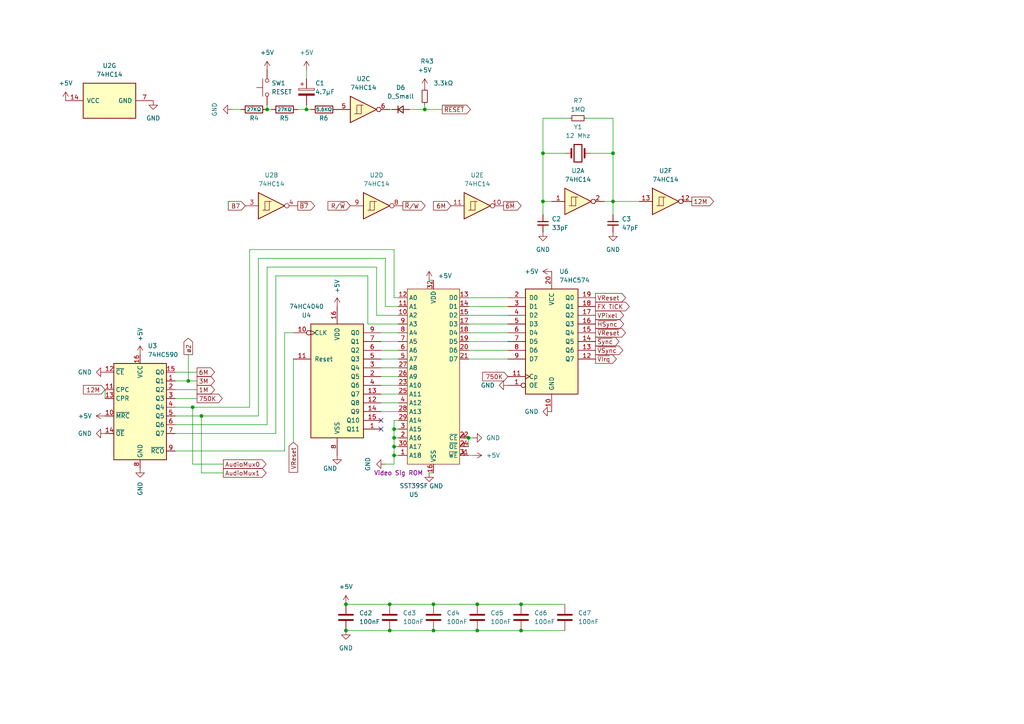
<source format=kicad_sch>
(kicad_sch (version 20231120) (generator "eeschema") (generator_version "8.0")
  (paper "A4")
  (title_block (title "Clock and Reset"))
  (lib_symbols
    (symbol "4xxx:4040" (pin_names (offset 1.016))
      (property "Reference" "U" (at -7.62 16.51 0))
      (property "Value" "4040" (at -7.62 -19.05 0))
      (symbol "4040_1_0"
        (pin output line (at 12.7 -15.24 180) (length 5.08) (name "Q11") (number "1"))
        (pin input inverted_clock (at -12.7 12.7 0) (length 5.08) (name "CLK") (number "10"))
        (pin input line (at -12.7 5.08 0) (length 5.08) (name "Reset") (number "11"))
        (pin output line (at 12.7 -7.62 180) (length 5.08) (name "Q8") (number "12"))
        (pin output line (at 12.7 -5.08 180) (length 5.08) (name "Q7") (number "13"))
        (pin output line (at 12.7 -10.16 180) (length 5.08) (name "Q9") (number "14"))
        (pin output line (at 12.7 -12.7 180) (length 5.08) (name "Q10") (number "15"))
        (pin power_in line (at 0 20.32 270) (length 5.08) (name "VDD") (number "16"))
        (pin output line (at 12.7 0 180) (length 5.08) (name "Q5") (number "2"))
        (pin output line (at 12.7 2.54 180) (length 5.08) (name "Q4") (number "3"))
        (pin output line (at 12.7 -2.54 180) (length 5.08) (name "Q6") (number "4"))
        (pin output line (at 12.7 5.08 180) (length 5.08) (name "Q3") (number "5"))
        (pin output line (at 12.7 7.62 180) (length 5.08) (name "Q2") (number "6"))
        (pin output line (at 12.7 10.16 180) (length 5.08) (name "Q1") (number "7"))
        (pin power_in line (at 0 -22.86 90) (length 5.08) (name "VSS") (number "8"))
        (pin output line (at 12.7 12.7 180) (length 5.08) (name "Q0") (number "9"))
      )
      (symbol "4040_1_1"
        (rectangle (start -7.62 15.24) (end 7.62 -17.78) (stroke (width 0.254)) (fill (type background)))
      )
    )
    (symbol "74xx:74HC14" (pin_names (offset 1.016))
      (property "Reference" "U" (at 0 1.27 0))
      (property "Value" "74HC14" (at 0 -1.27 0))
      (symbol "74HC14_1_0"
        (polyline (pts (xy -3.81 3.81) (xy -3.81 -3.81) (xy 3.81 0) (xy -3.81 3.81)) (stroke (width 0.254)) (fill (type background)))
        (pin input line (at -7.62 0 0) (length 3.81) (name "~") (number "1"))
        (pin output inverted (at 7.62 0 180) (length 3.81) (name "~") (number "2"))
      )
      (symbol "74HC14_1_1"
        (polyline (pts (xy -1.905 -1.27) (xy -1.905 1.27) (xy -0.635 1.27)))
        (polyline (pts (xy -2.54 -1.27) (xy -0.635 -1.27) (xy -0.635 1.27) (xy 0 1.27)))
      )
      (symbol "74HC14_2_0"
        (polyline (pts (xy -3.81 3.81) (xy -3.81 -3.81) (xy 3.81 0) (xy -3.81 3.81)) (stroke (width 0.254)) (fill (type background)))
        (pin input line (at -7.62 0 0) (length 3.81) (name "~") (number "3"))
        (pin output inverted (at 7.62 0 180) (length 3.81) (name "~") (number "4"))
      )
      (symbol "74HC14_2_1"
        (polyline (pts (xy -1.905 -1.27) (xy -1.905 1.27) (xy -0.635 1.27)))
        (polyline (pts (xy -2.54 -1.27) (xy -0.635 -1.27) (xy -0.635 1.27) (xy 0 1.27)))
      )
      (symbol "74HC14_3_0"
        (polyline (pts (xy -3.81 3.81) (xy -3.81 -3.81) (xy 3.81 0) (xy -3.81 3.81)) (stroke (width 0.254)) (fill (type background)))
        (pin input line (at -7.62 0 0) (length 3.81) (name "~") (number "5"))
        (pin output inverted (at 7.62 0 180) (length 3.81) (name "~") (number "6"))
      )
      (symbol "74HC14_3_1"
        (polyline (pts (xy -1.905 -1.27) (xy -1.905 1.27) (xy -0.635 1.27)))
        (polyline (pts (xy -2.54 -1.27) (xy -0.635 -1.27) (xy -0.635 1.27) (xy 0 1.27)))
      )
      (symbol "74HC14_4_0"
        (polyline (pts (xy -3.81 3.81) (xy -3.81 -3.81) (xy 3.81 0) (xy -3.81 3.81)) (stroke (width 0.254)) (fill (type background)))
        (pin output inverted (at 7.62 0 180) (length 3.81) (name "~") (number "8"))
        (pin input line (at -7.62 0 0) (length 3.81) (name "~") (number "9"))
      )
      (symbol "74HC14_4_1"
        (polyline (pts (xy -1.905 -1.27) (xy -1.905 1.27) (xy -0.635 1.27)))
        (polyline (pts (xy -2.54 -1.27) (xy -0.635 -1.27) (xy -0.635 1.27) (xy 0 1.27)))
      )
      (symbol "74HC14_5_0"
        (polyline (pts (xy -3.81 3.81) (xy -3.81 -3.81) (xy 3.81 0) (xy -3.81 3.81)) (stroke (width 0.254)) (fill (type background)))
        (pin output inverted (at 7.62 0 180) (length 3.81) (name "~") (number "10"))
        (pin input line (at -7.62 0 0) (length 3.81) (name "~") (number "11"))
      )
      (symbol "74HC14_5_1"
        (polyline (pts (xy -1.905 -1.27) (xy -1.905 1.27) (xy -0.635 1.27)))
        (polyline (pts (xy -2.54 -1.27) (xy -0.635 -1.27) (xy -0.635 1.27) (xy 0 1.27)))
      )
      (symbol "74HC14_6_0"
        (polyline (pts (xy -3.81 3.81) (xy -3.81 -3.81) (xy 3.81 0) (xy -3.81 3.81)) (stroke (width 0.254)) (fill (type background)))
        (pin output inverted (at 7.62 0 180) (length 3.81) (name "~") (number "12"))
        (pin input line (at -7.62 0 0) (length 3.81) (name "~") (number "13"))
      )
      (symbol "74HC14_6_1"
        (polyline (pts (xy -1.905 -1.27) (xy -1.905 1.27) (xy -0.635 1.27)))
        (polyline (pts (xy -2.54 -1.27) (xy -0.635 -1.27) (xy -0.635 1.27) (xy 0 1.27)))
      )
      (symbol "74HC14_7_0"
        (pin power_in line (at 0 12.7 270) (length 5.08) (name "VCC") (number "14"))
        (pin power_in line (at 0 -12.7 90) (length 5.08) (name "GND") (number "7"))
      )
      (symbol "74HC14_7_1"
        (rectangle (start -5.08 7.62) (end 5.08 -7.62) (stroke (width 0.254)) (fill (type background)))
      )
    )
    (symbol "74xx:74HC590"
      (property "Reference" "U" (at -7.62 16.51 0))
      (property "Value" "74HC590" (at -7.62 -13.97 0))
      (symbol "74HC590_1_0"
        (pin tri_state line (at 10.16 10.16 180) (length 2.54) (name "Q1") (number "1"))
        (pin input line (at -10.16 0 0) (length 2.54) (name "~{MRC}") (number "10"))
        (pin input line (at -10.16 7.62 0) (length 2.54) (name "CPC") (number "11"))
        (pin input line (at -10.16 12.7 0) (length 2.54) (name "~{CE}") (number "12"))
        (pin input line (at -10.16 5.08 0) (length 2.54) (name "CPR") (number "13"))
        (pin input line (at -10.16 -5.08 0) (length 2.54) (name "~{OE}") (number "14"))
        (pin tri_state line (at 10.16 12.7 180) (length 2.54) (name "Q0") (number "15"))
        (pin power_in line (at 0 17.78 270) (length 2.54) (name "VCC") (number "16"))
        (pin tri_state line (at 10.16 7.62 180) (length 2.54) (name "Q2") (number "2"))
        (pin tri_state line (at 10.16 5.08 180) (length 2.54) (name "Q3") (number "3"))
        (pin tri_state line (at 10.16 2.54 180) (length 2.54) (name "Q4") (number "4"))
        (pin tri_state line (at 10.16 0 180) (length 2.54) (name "Q5") (number "5"))
        (pin tri_state line (at 10.16 -2.54 180) (length 2.54) (name "Q6") (number "6"))
        (pin tri_state line (at 10.16 -5.08 180) (length 2.54) (name "Q7") (number "7"))
        (pin power_in line (at 0 -15.24 90) (length 2.54) (name "GND") (number "8"))
        (pin output line (at 10.16 -10.16 180) (length 2.54) (name "~{RCO}") (number "9"))
      )
      (symbol "74HC590_1_1"
        (rectangle (start -7.62 15.24) (end 7.62 -12.7) (stroke (width 0.254)) (fill (type background)))
      )
    )
    (symbol "74xx:74HCT574" (pin_names (offset 1.016))
      (property "Reference" "U" (at -7.62 16.51 0))
      (property "Value" "74HCT574" (at -7.62 -16.51 0))
      (symbol "74HCT574_1_0"
        (pin input inverted (at -12.7 -12.7 0) (length 5.08) (name "OE") (number "1"))
        (pin power_in line (at 0 -20.32 90) (length 5.08) (name "GND") (number "10"))
        (pin input clock (at -12.7 -10.16 0) (length 5.08) (name "Cp") (number "11"))
        (pin tri_state line (at 12.7 -5.08 180) (length 5.08) (name "Q7") (number "12"))
        (pin tri_state line (at 12.7 -2.54 180) (length 5.08) (name "Q6") (number "13"))
        (pin tri_state line (at 12.7 0 180) (length 5.08) (name "Q5") (number "14"))
        (pin tri_state line (at 12.7 2.54 180) (length 5.08) (name "Q4") (number "15"))
        (pin tri_state line (at 12.7 5.08 180) (length 5.08) (name "Q3") (number "16"))
        (pin tri_state line (at 12.7 7.62 180) (length 5.08) (name "Q2") (number "17"))
        (pin tri_state line (at 12.7 10.16 180) (length 5.08) (name "Q1") (number "18"))
        (pin tri_state line (at 12.7 12.7 180) (length 5.08) (name "Q0") (number "19"))
        (pin input line (at -12.7 12.7 0) (length 5.08) (name "D0") (number "2"))
        (pin power_in line (at 0 20.32 270) (length 5.08) (name "VCC") (number "20"))
        (pin input line (at -12.7 10.16 0) (length 5.08) (name "D1") (number "3"))
        (pin input line (at -12.7 7.62 0) (length 5.08) (name "D2") (number "4"))
        (pin input line (at -12.7 5.08 0) (length 5.08) (name "D3") (number "5"))
        (pin input line (at -12.7 2.54 0) (length 5.08) (name "D4") (number "6"))
        (pin input line (at -12.7 0 0) (length 5.08) (name "D5") (number "7"))
        (pin input line (at -12.7 -2.54 0) (length 5.08) (name "D6") (number "8"))
        (pin input line (at -12.7 -5.08 0) (length 5.08) (name "D7") (number "9"))
      )
      (symbol "74HCT574_1_1"
        (rectangle (start -7.62 15.24) (end 7.62 -15.24) (stroke (width 0.254)) (fill (type background)))
      )
    )
    (symbol "Device:C" (pin_numbers hide) (pin_names (offset 0.254))
      (property "Reference" "C" (at 0.635 2.54 0))
      (property "Value" "C" (at 0.635 -2.54 0))
      (symbol "C_0_1"
        (polyline (pts (xy -2.032 -0.762) (xy 2.032 -0.762)) (stroke (width 0.508)))
        (polyline (pts (xy -2.032 0.762) (xy 2.032 0.762)) (stroke (width 0.508)))
      )
      (symbol "C_1_1"
        (pin passive line (at 0 3.81 270) (length 2.794) (name "~") (number "1"))
        (pin passive line (at 0 -3.81 90) (length 2.794) (name "~") (number "2"))
      )
    )
    (symbol "Device:C_Polarized" (pin_numbers hide) (pin_names (offset 0.254))
      (property "Reference" "C" (at 0.635 2.54 0))
      (property "Value" "C_Polarized" (at 0.635 -2.54 0))
      (symbol "C_Polarized_0_1"
        (rectangle (start -2.286 0.508) (end 2.286 1.016))
        (polyline (pts (xy -1.778 2.286) (xy -0.762 2.286)))
        (polyline (pts (xy -1.27 2.794) (xy -1.27 1.778)))
        (rectangle (start 2.286 -0.508) (end -2.286 -1.016) (fill (type outline)))
      )
      (symbol "C_Polarized_1_1"
        (pin passive line (at 0 3.81 270) (length 2.794) (name "~") (number "1"))
        (pin passive line (at 0 -3.81 90) (length 2.794) (name "~") (number "2"))
      )
    )
    (symbol "Device:C_Small" (pin_numbers hide) (pin_names (offset 0.254) hide)
      (property "Reference" "C" (at 0.254 1.778 0))
      (property "Value" "C_Small" (at 0.254 -2.032 0))
      (symbol "C_Small_0_1"
        (polyline (pts (xy -1.524 -0.508) (xy 1.524 -0.508)) (stroke (width 0.3302)))
        (polyline (pts (xy -1.524 0.508) (xy 1.524 0.508)) (stroke (width 0.3048)))
      )
      (symbol "C_Small_1_1"
        (pin passive line (at 0 2.54 270) (length 2.032) (name "~") (number "1"))
        (pin passive line (at 0 -2.54 90) (length 2.032) (name "~") (number "2"))
      )
    )
    (symbol "Device:Crystal" (pin_numbers hide) (pin_names (offset 1.016) hide)
      (property "Reference" "Y" (at 0 3.81 0))
      (property "Value" "Crystal" (at 0 -3.81 0))
      (symbol "Crystal_0_1"
        (rectangle (start -1.143 2.54) (end 1.143 -2.54) (stroke (width 0.3048)))
        (polyline (pts (xy -2.54 0) (xy -1.905 0)))
        (polyline (pts (xy -1.905 -1.27) (xy -1.905 1.27)) (stroke (width 0.508)))
        (polyline (pts (xy 1.905 -1.27) (xy 1.905 1.27)) (stroke (width 0.508)))
        (polyline (pts (xy 2.54 0) (xy 1.905 0)))
      )
      (symbol "Crystal_1_1"
        (pin passive line (at -3.81 0 0) (length 1.27) (name "1") (number "1"))
        (pin passive line (at 3.81 0 180) (length 1.27) (name "2") (number "2"))
      )
    )
    (symbol "Device:D_Small" (pin_numbers hide) (pin_names (offset 0.254) hide)
      (property "Reference" "D" (at -1.27 2.032 0))
      (property "Value" "D_Small" (at -3.81 -2.032 0))
      (symbol "D_Small_0_1"
        (polyline (pts (xy -0.762 -1.016) (xy -0.762 1.016)) (stroke (width 0.254)))
        (polyline (pts (xy -0.762 0) (xy 0.762 0)))
        (polyline (pts (xy 0.762 -1.016) (xy -0.762 0) (xy 0.762 1.016) (xy 0.762 -1.016)) (stroke (width 0.254)))
      )
      (symbol "D_Small_1_1"
        (pin passive line (at -2.54 0 0) (length 1.778) (name "K") (number "1"))
        (pin passive line (at 2.54 0 180) (length 1.778) (name "A") (number "2"))
      )
    )
    (symbol "Device:R" (pin_numbers hide) (pin_names (offset 0))
      (property "Reference" "R" (at 2.032 0 90))
      (property "Value" "R" (at 0 0 90))
      (symbol "R_0_1"
        (rectangle (start -1.016 -2.54) (end 1.016 2.54) (stroke (width 0.254)))
      )
      (symbol "R_1_1"
        (pin passive line (at 0 3.81 270) (length 1.27) (name "~") (number "1"))
        (pin passive line (at 0 -3.81 90) (length 1.27) (name "~") (number "2"))
      )
    )
    (symbol "Device:R_Small" (pin_numbers hide) (pin_names (offset 0.254) hide)
      (property "Reference" "R" (at 0.762 0.508 0))
      (property "Value" "R_Small" (at 0.762 -1.016 0))
      (symbol "R_Small_0_1"
        (rectangle (start -0.762 1.778) (end 0.762 -1.778) (stroke (width 0.2032)))
      )
      (symbol "R_Small_1_1"
        (pin passive line (at 0 2.54 270) (length 0.762) (name "~") (number "1"))
        (pin passive line (at 0 -2.54 90) (length 0.762) (name "~") (number "2"))
      )
    )
    (symbol "Memory_Lib:SST39SF040"
      (property "Reference" "U" (at 11.43 54.61 0))
      (property "Value" "SST39SF040" (at 19.05 52.07 0))
      (symbol "SST39SF040_1_1"
        (rectangle (start 0 50.8) (end 15.24 0) (fill (type background)))
        (pin input line (at -2.54 2.54 0) (length 2.54) (name "A18") (number "1"))
        (pin input line (at -2.54 43.18 0) (length 2.54) (name "A2") (number "10"))
        (pin input line (at -2.54 45.72 0) (length 2.54) (name "A1") (number "11"))
        (pin input line (at -2.54 48.26 0) (length 2.54) (name "A0") (number "12"))
        (pin bidirectional line (at 17.78 48.26 180) (length 2.54) (name "D0") (number "13"))
        (pin bidirectional line (at 17.78 45.72 180) (length 2.54) (name "D1") (number "14"))
        (pin bidirectional line (at 17.78 43.18 180) (length 2.54) (name "D2") (number "15"))
        (pin power_in line (at 7.62 -2.54 90) (length 2.54) (name "VSS") (number "16"))
        (pin bidirectional line (at 17.78 40.64 180) (length 2.54) (name "D3") (number "17"))
        (pin bidirectional line (at 17.78 38.1 180) (length 2.54) (name "D4") (number "18"))
        (pin bidirectional line (at 17.78 35.56 180) (length 2.54) (name "D5") (number "19"))
        (pin input line (at -2.54 7.62 0) (length 2.54) (name "A16") (number "2"))
        (pin bidirectional line (at 17.78 33.02 180) (length 2.54) (name "D6") (number "20"))
        (pin bidirectional line (at 17.78 30.48 180) (length 2.54) (name "D7") (number "21"))
        (pin input input_low (at 17.78 7.62 180) (length 2.54) (name "~{CE}") (number "22"))
        (pin input line (at -2.54 22.86 0) (length 2.54) (name "A10") (number "23"))
        (pin input input_low (at 17.78 5.08 180) (length 2.54) (name "~{OE}") (number "24"))
        (pin input line (at -2.54 20.32 0) (length 2.54) (name "A11") (number "25"))
        (pin input line (at -2.54 25.4 0) (length 2.54) (name "A9") (number "26"))
        (pin input line (at -2.54 27.94 0) (length 2.54) (name "A8") (number "27"))
        (pin input line (at -2.54 15.24 0) (length 2.54) (name "A13") (number "28"))
        (pin input line (at -2.54 12.7 0) (length 2.54) (name "A14") (number "29"))
        (pin input line (at -2.54 10.16 0) (length 2.54) (name "A15") (number "3"))
        (pin input line (at -2.54 5.08 0) (length 2.54) (name "A17") (number "30"))
        (pin input input_low (at 17.78 2.54 180) (length 2.54) (name "~{WE}") (number "31"))
        (pin power_in line (at 7.62 53.34 270) (length 2.54) (name "VDD") (number "32"))
        (pin input line (at -2.54 17.78 0) (length 2.54) (name "A12") (number "4"))
        (pin input line (at -2.54 30.48 0) (length 2.54) (name "A7") (number "5"))
        (pin input line (at -2.54 33.02 0) (length 2.54) (name "A6") (number "6"))
        (pin input line (at -2.54 35.56 0) (length 2.54) (name "A5") (number "7"))
        (pin input line (at -2.54 38.1 0) (length 2.54) (name "A4") (number "8"))
        (pin input line (at -2.54 40.64 0) (length 2.54) (name "A3") (number "9"))
      )
    )
    (symbol "Switch:SW_Push" (pin_numbers hide) (pin_names (offset 1.016) hide)
      (property "Reference" "SW" (at 1.27 2.54 0))
      (property "Value" "SW_Push" (at 0 -1.524 0))
      (symbol "SW_Push_0_1"
        (circle (center -2.032 0) (radius 0.508))
        (polyline (pts (xy 0 1.27) (xy 0 3.048)))
        (polyline (pts (xy 2.54 1.27) (xy -2.54 1.27)))
        (circle (center 2.032 0) (radius 0.508))
        (pin passive line (at -5.08 0 0) (length 2.54) (name "1") (number "1"))
        (pin passive line (at 5.08 0 180) (length 2.54) (name "2") (number "2"))
      )
    )
    (symbol "power:+5V" (power) (pin_names (offset 0))
      (property "Value" "+5V" (at 0 3.556 0))
      (symbol "+5V_0_1"
        (polyline (pts (xy -0.762 1.27) (xy 0 2.54)))
        (polyline (pts (xy 0 0) (xy 0 2.54)))
        (polyline (pts (xy 0 2.54) (xy 0.762 1.27)))
      )
      (symbol "+5V_1_1"
        (pin power_in line (at 0 0 90) (length 0) hide (name "+5V") (number "1"))
      )
    )
    (symbol "power:GND" (power) (pin_names (offset 0))
      (property "Value" "GND" (at 0 -3.81 0))
      (symbol "GND_0_1"
        (polyline (pts (xy 0 0) (xy 0 -1.27) (xy 1.27 -1.27) (xy 0 -2.54) (xy -1.27 -1.27) (xy 0 -1.27)))
      )
      (symbol "GND_1_1"
        (pin power_in line (at 0 0 270) (length 0) hide (name "GND") (number "1"))
      )
    )
  )
  (junction (at 54.61 110.49))
  (junction (at 100.33 182.88))
  (junction (at 151.13 175.26))
  (junction (at 114.3 124.46))
  (junction (at 55.88 118.11))
  (junction (at 113.03 182.88))
  (junction (at 113.03 175.26))
  (junction (at 114.3 127))
  (junction (at 151.13 182.88))
  (junction (at 114.3 129.54))
  (junction (at 125.73 182.88))
  (junction (at 138.43 175.26))
  (junction (at 114.3 132.08))
  (junction (at 77.47 31.75))
  (junction (at 123.19 31.75))
  (junction (at 177.8 44.45))
  (junction (at 138.43 182.88))
  (junction (at 58.42 120.65))
  (junction (at 177.8 58.42))
  (junction (at 100.33 175.26))
  (junction (at 157.48 58.42))
  (junction (at 125.73 175.26))
  (junction (at 135.89 127))
  (junction (at 88.9 31.75))
  (junction (at 157.48 44.45))
  (no_connect (at 110.49 121.92))
  (no_connect (at 110.49 124.46))
  (wire (pts (xy 82.55 96.52) (xy 82.55 130.81)))
  (wire (pts (xy 177.8 62.23) (xy 177.8 58.42)))
  (wire (pts (xy 114.3 86.36) (xy 114.3 72.39)))
  (wire (pts (xy 170.18 34.29) (xy 177.8 34.29)))
  (wire (pts (xy 50.8 110.49) (xy 54.61 110.49)))
  (wire (pts (xy 64.77 134.62) (xy 55.88 134.62)))
  (wire (pts (xy 72.39 118.11) (xy 55.88 118.11)))
  (wire (pts (xy 58.42 120.65) (xy 50.8 120.65)))
  (wire (pts (xy 157.48 44.45) (xy 163.83 44.45)))
  (wire (pts (xy 138.43 182.88) (xy 151.13 182.88)))
  (wire (pts (xy 115.57 99.06) (xy 110.49 99.06)))
  (wire (pts (xy 58.42 120.65) (xy 74.93 120.65)))
  (wire (pts (xy 67.31 31.75) (xy 69.85 31.75)))
  (wire (pts (xy 54.61 110.49) (xy 57.15 110.49)))
  (wire (pts (xy 137.16 127) (xy 135.89 127)))
  (wire (pts (xy 72.39 72.39) (xy 114.3 72.39)))
  (wire (pts (xy 115.57 96.52) (xy 110.49 96.52)))
  (wire (pts (xy 115.57 109.22) (xy 110.49 109.22)))
  (wire (pts (xy 147.32 104.14) (xy 135.89 104.14)))
  (wire (pts (xy 77.47 31.75) (xy 77.47 30.48)))
  (wire (pts (xy 115.57 88.9) (xy 111.76 88.9)))
  (wire (pts (xy 147.32 96.52) (xy 135.89 96.52)))
  (wire (pts (xy 106.68 93.98) (xy 115.57 93.98)))
  (wire (pts (xy 151.13 182.88) (xy 163.83 182.88)))
  (wire (pts (xy 123.19 30.48) (xy 123.19 31.75)))
  (wire (pts (xy 115.57 106.68) (xy 110.49 106.68)))
  (wire (pts (xy 147.32 101.6) (xy 135.89 101.6)))
  (wire (pts (xy 114.3 132.08) (xy 114.3 129.54)))
  (wire (pts (xy 85.09 128.27) (xy 85.09 104.14)))
  (wire (pts (xy 115.57 86.36) (xy 114.3 86.36)))
  (wire (pts (xy 160.02 58.42) (xy 157.48 58.42)))
  (wire (pts (xy 177.8 58.42) (xy 185.42 58.42)))
  (wire (pts (xy 30.48 113.03) (xy 30.48 115.57)))
  (wire (pts (xy 114.3 129.54) (xy 114.3 127)))
  (wire (pts (xy 115.57 127) (xy 114.3 127)))
  (wire (pts (xy 50.8 123.19) (xy 77.47 123.19)))
  (wire (pts (xy 77.47 123.19) (xy 77.47 77.47)))
  (wire (pts (xy 57.15 115.57) (xy 50.8 115.57)))
  (wire (pts (xy 115.57 129.54) (xy 114.3 129.54)))
  (wire (pts (xy 177.8 44.45) (xy 171.45 44.45)))
  (wire (pts (xy 115.57 104.14) (xy 110.49 104.14)))
  (wire (pts (xy 88.9 20.32) (xy 88.9 22.86)))
  (wire (pts (xy 115.57 116.84) (xy 110.49 116.84)))
  (wire (pts (xy 54.61 102.87) (xy 54.61 110.49)))
  (wire (pts (xy 177.8 44.45) (xy 177.8 58.42)))
  (wire (pts (xy 57.15 113.03) (xy 50.8 113.03)))
  (wire (pts (xy 177.8 34.29) (xy 177.8 44.45)))
  (wire (pts (xy 147.32 91.44) (xy 135.89 91.44)))
  (wire (pts (xy 50.8 130.81) (xy 82.55 130.81)))
  (wire (pts (xy 115.57 111.76) (xy 110.49 111.76)))
  (wire (pts (xy 111.76 74.93) (xy 74.93 74.93)))
  (wire (pts (xy 55.88 134.62) (xy 55.88 118.11)))
  (wire (pts (xy 114.3 127) (xy 114.3 124.46)))
  (wire (pts (xy 100.33 175.26) (xy 113.03 175.26)))
  (wire (pts (xy 175.26 58.42) (xy 177.8 58.42)))
  (wire (pts (xy 125.73 137.16) (xy 124.46 137.16)))
  (wire (pts (xy 114.3 121.92) (xy 115.57 121.92)))
  (wire (pts (xy 113.03 182.88) (xy 125.73 182.88)))
  (wire (pts (xy 106.68 80.01) (xy 80.01 80.01)))
  (wire (pts (xy 111.76 134.62) (xy 114.3 134.62)))
  (wire (pts (xy 137.16 132.08) (xy 135.89 132.08)))
  (wire (pts (xy 125.73 175.26) (xy 138.43 175.26)))
  (wire (pts (xy 58.42 137.16) (xy 58.42 120.65)))
  (wire (pts (xy 100.33 182.88) (xy 113.03 182.88)))
  (wire (pts (xy 77.47 77.47) (xy 109.22 77.47)))
  (wire (pts (xy 74.93 120.65) (xy 74.93 74.93)))
  (wire (pts (xy 85.09 96.52) (xy 82.55 96.52)))
  (wire (pts (xy 111.76 88.9) (xy 111.76 74.93)))
  (wire (pts (xy 135.89 127) (xy 135.89 129.54)))
  (wire (pts (xy 135.89 127) (xy 134.62 127)))
  (wire (pts (xy 78.74 31.75) (xy 77.47 31.75)))
  (wire (pts (xy 115.57 114.3) (xy 110.49 114.3)))
  (wire (pts (xy 86.36 31.75) (xy 88.9 31.75)))
  (wire (pts (xy 147.32 99.06) (xy 135.89 99.06)))
  (wire (pts (xy 88.9 30.48) (xy 88.9 31.75)))
  (wire (pts (xy 147.32 88.9) (xy 135.89 88.9)))
  (wire (pts (xy 106.68 80.01) (xy 106.68 93.98)))
  (wire (pts (xy 55.88 118.11) (xy 50.8 118.11)))
  (wire (pts (xy 109.22 77.47) (xy 109.22 91.44)))
  (wire (pts (xy 109.22 91.44) (xy 115.57 91.44)))
  (wire (pts (xy 151.13 175.26) (xy 163.83 175.26)))
  (wire (pts (xy 115.57 124.46) (xy 114.3 124.46)))
  (wire (pts (xy 118.745 31.75) (xy 123.19 31.75)))
  (wire (pts (xy 157.48 44.45) (xy 157.48 58.42)))
  (wire (pts (xy 113.665 31.75) (xy 113.03 31.75)))
  (wire (pts (xy 138.43 175.26) (xy 151.13 175.26)))
  (wire (pts (xy 165.1 34.29) (xy 157.48 34.29)))
  (wire (pts (xy 157.48 34.29) (xy 157.48 44.45)))
  (wire (pts (xy 72.39 72.39) (xy 72.39 118.11)))
  (wire (pts (xy 57.15 107.95) (xy 50.8 107.95)))
  (wire (pts (xy 115.57 119.38) (xy 110.49 119.38)))
  (wire (pts (xy 114.3 121.92) (xy 114.3 124.46)))
  (wire (pts (xy 125.73 182.88) (xy 138.43 182.88)))
  (wire (pts (xy 115.57 132.08) (xy 114.3 132.08)))
  (wire (pts (xy 80.01 125.73) (xy 80.01 80.01)))
  (wire (pts (xy 115.57 101.6) (xy 110.49 101.6)))
  (wire (pts (xy 123.19 31.75) (xy 128.27 31.75)))
  (wire (pts (xy 147.32 86.36) (xy 135.89 86.36)))
  (wire (pts (xy 125.73 81.28) (xy 124.46 81.28)))
  (wire (pts (xy 114.3 134.62) (xy 114.3 132.08)))
  (wire (pts (xy 50.8 125.73) (xy 80.01 125.73)))
  (wire (pts (xy 147.32 93.98) (xy 135.89 93.98)))
  (wire (pts (xy 157.48 62.23) (xy 157.48 58.42)))
  (wire (pts (xy 90.17 31.75) (xy 88.9 31.75)))
  (wire (pts (xy 113.03 175.26) (xy 125.73 175.26)))
  (wire (pts (xy 64.77 137.16) (xy 58.42 137.16)))
  (global_label "~{R}{slash}W" (shape output) (at 116.84 59.69 0) (property "Intersheetrefs" "${INTERSHEET_REFS}" (effects (hide yes))))
  (global_label "12M" (shape input) (at 30.48 113.03 180) (property "Intersheetrefs" "${INTERSHEET_REFS}" (effects (hide yes))))
  (global_label "750K" (shape output) (at 57.15 115.57 0) (property "Intersheetrefs" "${INTERSHEET_REFS}" (effects (hide yes))))
  (global_label "~{VIrq}" (shape output) (at 172.72 104.14 0) (property "Intersheetrefs" "${INTERSHEET_REFS}" (effects (hide yes))))
  (global_label "~{Sync}" (shape output) (at 172.72 99.06 0) (property "Intersheetrefs" "${INTERSHEET_REFS}" (effects (hide yes))))
  (global_label "~{VSync}" (shape output) (at 172.72 101.6 0) (property "Intersheetrefs" "${INTERSHEET_REFS}" (effects (hide yes))))
  (global_label "ø2" (shape output) (at 54.61 102.87 90) (property "Intersheetrefs" "${INTERSHEET_REFS}" (effects (hide yes))))
  (global_label "1M" (shape output) (at 57.15 113.03 0) (property "Intersheetrefs" "${INTERSHEET_REFS}" (effects (hide yes))))
  (global_label "AudioMux1" (shape output) (at 64.77 137.16 0) (property "Intersheetrefs" "${INTERSHEET_REFS}" (effects (hide yes))))
  (global_label "6M" (shape output) (at 57.15 107.95 0) (property "Intersheetrefs" "${INTERSHEET_REFS}" (effects (hide yes))))
  (global_label "VReset" (shape input) (at 85.09 128.27 270) (property "Intersheetrefs" "${INTERSHEET_REFS}" (effects (hide yes))))
  (global_label "~{6M}" (shape output) (at 146.05 59.69 0) (property "Intersheetrefs" "${INTERSHEET_REFS}" (effects (hide yes))))
  (global_label "VReset" (shape output) (at 172.72 86.36 0) (property "Intersheetrefs" "${INTERSHEET_REFS}" (effects (hide yes))))
  (global_label "~{HSync}" (shape output) (at 172.72 93.98 0) (property "Intersheetrefs" "${INTERSHEET_REFS}" (effects (hide yes))))
  (global_label "12M" (shape output) (at 200.66 58.42 0) (property "Intersheetrefs" "${INTERSHEET_REFS}" (effects (hide yes))))
  (global_label "750K" (shape input) (at 147.32 109.22 180) (property "Intersheetrefs" "${INTERSHEET_REFS}" (effects (hide yes))))
  (global_label "3M" (shape output) (at 57.15 110.49 0) (property "Intersheetrefs" "${INTERSHEET_REFS}" (effects (hide yes))))
  (global_label "~{RESET}" (shape output) (at 128.27 31.75 0) (property "Intersheetrefs" "${INTERSHEET_REFS}" (effects (hide yes))))
  (global_label "B7" (shape input) (at 71.12 59.69 180) (property "Intersheetrefs" "${INTERSHEET_REFS}" (effects (hide yes))))
  (global_label "R{slash}~{W}" (shape input) (at 101.6 59.69 180) (property "Intersheetrefs" "${INTERSHEET_REFS}" (effects (hide yes))))
  (global_label "VPixel" (shape output) (at 172.72 91.44 0) (property "Intersheetrefs" "${INTERSHEET_REFS}" (effects (hide yes))))
  (global_label "6M" (shape input) (at 130.81 59.69 180) (property "Intersheetrefs" "${INTERSHEET_REFS}" (effects (hide yes))))
  (global_label "AudioMux0" (shape output) (at 64.77 134.62 0) (property "Intersheetrefs" "${INTERSHEET_REFS}" (effects (hide yes))))
  (global_label "~{VReset}" (shape output) (at 172.72 96.52 0) (property "Intersheetrefs" "${INTERSHEET_REFS}" (effects (hide yes))))
  (global_label "FX TICK" (shape output) (at 172.72 88.9 0) (property "Intersheetrefs" "${INTERSHEET_REFS}" (effects (hide yes))))
  (global_label "~{B7}" (shape output) (at 86.36 59.69 0) (property "Intersheetrefs" "${INTERSHEET_REFS}" (effects (hide yes))))
  (symbol (lib_id "Device:C") (at 125.73 179.07 0) (unit 1)
    (property "Reference" "Cd4" (at 129.54 177.8 0) (effects (justify left)))
    (property "Value" "100nF" (at 129.54 180.34 0) (effects (justify left)))
    (property "Footprint" "Capacitor_THT:C_Disc_D3.0mm_W2.0mm_P2.50mm" (effects (hide yes)))
  )
  (symbol (lib_id "power:GND") (at 124.46 137.16 0) (unit 1)
    (property "Reference" "#PWR025" (effects (hide yes)))
    (property "Value" "GND" (at 124.46 140.97 0) (effects (justify left)))
  )
  (symbol (lib_id "power:+5V") (at 77.47 20.32 0) (unit 1)
    (property "Reference" "#PWR016" (effects (hide yes)))
    (property "Value" "+5V" (at 77.47 15.24 0))
  )
  (symbol (lib_id "power:+5V") (at 19.05 29.21 0) (unit 1)
    (property "Reference" "#PWR09" (effects (hide yes)))
    (property "Value" "+5V" (at 19.05 24.13 0))
  )
  (symbol (lib_id "power:GND") (at 177.8 67.31 0) (unit 1)
    (property "Reference" "#PWR032" (effects (hide yes)))
    (property "Value" "GND" (at 177.8 72.39 0))
  )
  (symbol (lib_id "Device:R") (at 93.98 31.75 90) (mirror x) (unit 1)
    (property "Reference" "R6" (at 95.25 34.29 90) (effects (justify left)))
    (property "Value" "5.6KΩ" (at 93.98 31.75 90) (effects (font (size 1 1))))
    (property "Footprint" "Resistor_THT:R_Axial_DIN0204_L3.6mm_D1.6mm_P7.62mm_Horizontal" (effects (hide yes)))
  )
  (symbol (lib_id "74xx:74HC14") (at 138.43 59.69 0) (unit 5)
    (property "Reference" "U2" (at 138.43 50.8 0))
    (property "Value" "74HC14" (at 138.43 53.34 0))
    (property "Footprint" "PCM_Package_DIP_AKL:DIP-14_W7.62mm_Socket_LongPads" (effects (hide yes)))
    (property "Datasheet" "http://www.ti.com/lit/gpn/sn74HC14" (effects (hide yes)))
  )
  (symbol (lib_id "power:+5V") (at 160.02 78.74 90) (unit 1)
    (property "Reference" "#PWR030" (effects (hide yes)))
    (property "Value" "+5V" (at 156.21 78.74 90) (effects (justify left)))
  )
  (symbol (lib_id "power:GND") (at 111.76 134.62 270) (unit 1)
    (property "Reference" "#PWR023" (effects (hide yes)))
    (property "Value" "GND" (at 106.68 134.62 0))
  )
  (symbol (lib_id "Device:R") (at 82.55 31.75 90) (mirror x) (unit 1)
    (property "Reference" "R5" (at 83.82 34.29 90) (effects (justify left)))
    (property "Value" "27KΩ" (at 82.55 31.75 90) (effects (font (size 1 1))))
    (property "Footprint" "Resistor_THT:R_Axial_DIN0204_L3.6mm_D1.6mm_P7.62mm_Horizontal" (effects (hide yes)))
  )
  (symbol (lib_id "power:+5V") (at 100.33 175.26 0) (unit 1)
    (property "Reference" "#PWR021" (effects (hide yes)))
    (property "Value" "+5V" (at 100.33 170.18 0))
  )
  (symbol (lib_id "74xx:74HC14") (at 105.41 31.75 0) (unit 3)
    (property "Reference" "U2" (at 105.41 22.86 0))
    (property "Value" "74HC14" (at 105.41 25.4 0))
    (property "Footprint" "PCM_Package_DIP_AKL:DIP-14_W7.62mm_Socket_LongPads" (effects (hide yes)))
    (property "Datasheet" "http://www.ti.com/lit/gpn/sn74HC14" (effects (hide yes)))
  )
  (symbol (lib_id "Device:D_Small") (at 116.205 31.75 0) (unit 1)
    (property "Reference" "D6" (at 116.205 25.4 0))
    (property "Value" "D_Small" (at 116.205 27.94 0))
    (property "Footprint" "Diode_THT:D_DO-34_SOD68_P7.62mm_Horizontal" (effects (hide yes)))
    (property "Sim.Device" "D" (effects (hide yes)))
    (property "Sim.Pins" "1=K 2=A" (effects (hide yes)))
  )
  (symbol (lib_id "Device:C") (at 113.03 179.07 0) (unit 1)
    (property "Reference" "Cd3" (at 116.84 177.8 0) (effects (justify left)))
    (property "Value" "100nF" (at 116.84 180.34 0) (effects (justify left)))
    (property "Footprint" "Capacitor_THT:C_Disc_D3.0mm_W2.0mm_P2.50mm" (effects (hide yes)))
  )
  (symbol (lib_id "power:+5V") (at 88.9 20.32 0) (unit 1)
    (property "Reference" "#PWR018" (effects (hide yes)))
    (property "Value" "+5V" (at 88.9 15.24 0))
  )
  (symbol (lib_id "Device:R_Small") (at 123.19 27.94 180) (unit 1)
    (property "Reference" "R43" (at 121.92 17.78 0) (effects (justify right)))
    (property "Value" "3.3kΩ" (at 125.73 24.13 0) (effects (justify right)))
    (property "Footprint" "Resistor_THT:R_Axial_DIN0204_L3.6mm_D1.6mm_P7.62mm_Horizontal" (effects (hide yes)))
  )
  (symbol (lib_id "power:GND") (at 40.64 135.89 0) (unit 1)
    (property "Reference" "#PWR051" (effects (hide yes)))
    (property "Value" "GND" (at 40.64 139.7 90) (effects (justify right)))
  )
  (symbol (lib_id "power:+5V") (at 124.46 81.28 0) (unit 1)
    (property "Reference" "#PWR024" (effects (hide yes)))
    (property "Value" "+5V" (at 127 80.01 0) (effects (justify left)))
  )
  (symbol (lib_id "power:GND") (at 67.31 31.75 270) (unit 1)
    (property "Reference" "#PWR015" (effects (hide yes)))
    (property "Value" "GND" (at 62.23 31.75 0))
  )
  (symbol (lib_id "Device:C") (at 100.33 179.07 0) (unit 1)
    (property "Reference" "Cd2" (at 104.14 177.8 0) (effects (justify left)))
    (property "Value" "100nF" (at 104.14 180.34 0) (effects (justify left)))
    (property "Footprint" "Capacitor_THT:C_Disc_D3.0mm_W2.0mm_P2.50mm" (effects (hide yes)))
  )
  (symbol (lib_id "4xxx:4040") (at 97.79 109.22 0) (unit 1)
    (property "Reference" "U4" (at 88.9 91.44 0))
    (property "Value" "74HC4040" (at 88.9 88.9 0))
    (property "Footprint" "PCM_Package_DIP_AKL:DIP-16_W7.62mm_Socket_LongPads" (effects (hide yes)))
    (property "Datasheet" "http://www.intersil.com/content/dam/Intersil/documents/cd40/cd4020bms-24bms-40bms.pdf" (effects (hide yes)))
  )
  (symbol (lib_id "Device:R") (at 73.66 31.75 270) (unit 1)
    (property "Reference" "R4" (at 72.39 34.29 90) (effects (justify left)))
    (property "Value" "27KΩ" (at 73.66 31.75 90) (effects (font (size 1 1))))
    (property "Footprint" "Resistor_THT:R_Axial_DIN0204_L3.6mm_D1.6mm_P7.62mm_Horizontal" (effects (hide yes)))
  )
  (symbol (lib_id "power:GND") (at 160.02 119.38 270) (unit 1)
    (property "Reference" "#PWR031" (effects (hide yes)))
    (property "Value" "GND" (at 156.21 119.38 90) (effects (justify right)))
  )
  (symbol (lib_id "power:+5V") (at 123.19 25.4 0) (unit 1)
    (property "Reference" "#PWR0174" (effects (hide yes)))
    (property "Value" "+5V" (at 123.19 20.32 0))
  )
  (symbol (lib_id "power:GND") (at 30.48 107.95 270) (unit 1)
    (property "Reference" "#PWR010" (effects (hide yes)))
    (property "Value" "GND" (at 26.67 107.95 90) (effects (justify right)))
  )
  (symbol (lib_id "Device:C_Polarized") (at 88.9 26.67 0) (unit 1)
    (property "Reference" "C1" (at 91.44 24.13 0) (effects (justify left)))
    (property "Value" "4.7µF" (at 91.44 26.67 0) (effects (justify left)))
    (property "Footprint" "Capacitor_THT:CP_Radial_D4.0mm_P1.50mm" (effects (hide yes)))
  )
  (symbol (lib_id "power:GND") (at 137.16 127 90) (unit 1)
    (property "Reference" "#PWR026" (effects (hide yes)))
    (property "Value" "GND" (at 140.97 127 90) (effects (justify right)))
  )
  (symbol (lib_id "Device:R_Small") (at 167.64 34.29 90) (unit 1)
    (property "Reference" "R7" (at 167.64 29.21 90))
    (property "Value" "1MΩ" (at 167.64 31.75 90))
    (property "Footprint" "Resistor_THT:R_Axial_DIN0204_L3.6mm_D1.6mm_P7.62mm_Horizontal" (effects (hide yes)))
  )
  (symbol (lib_id "power:+5V") (at 40.64 102.87 0) (unit 1)
    (property "Reference" "#PWR052" (effects (hide yes)))
    (property "Value" "+5V" (at 40.64 99.06 90) (effects (justify left)))
  )
  (symbol (lib_id "74xx:74HC14") (at 31.75 29.21 90) (unit 7)
    (property "Reference" "U2" (at 31.75 19.05 90))
    (property "Value" "74HC14" (at 31.75 21.59 90))
    (property "Footprint" "PCM_Package_DIP_AKL:DIP-14_W7.62mm_Socket_LongPads" (effects (hide yes)))
    (property "Datasheet" "http://www.ti.com/lit/gpn/sn74HC14" (effects (hide yes)))
  )
  (symbol (lib_id "74xx:74HC14") (at 78.74 59.69 0) (unit 2)
    (property "Reference" "U2" (at 78.74 50.8 0))
    (property "Value" "74HC14" (at 78.74 53.34 0))
    (property "Footprint" "PCM_Package_DIP_AKL:DIP-14_W7.62mm_Socket_LongPads" (effects (hide yes)))
    (property "Datasheet" "http://www.ti.com/lit/gpn/sn74HC14" (effects (hide yes)))
  )
  (symbol (lib_id "Device:Crystal") (at 167.64 44.45 0) (unit 1)
    (property "Reference" "Y1" (at 167.64 36.83 0))
    (property "Value" "12 Mhz" (at 167.64 39.37 0))
    (property "Footprint" "Crystal:Crystal_HC49-U_Vertical" (effects (hide yes)))
  )
  (symbol (lib_id "Device:C") (at 138.43 179.07 0) (unit 1)
    (property "Reference" "Cd5" (at 142.24 177.8 0) (effects (justify left)))
    (property "Value" "100nF" (at 142.24 180.34 0) (effects (justify left)))
    (property "Footprint" "Capacitor_THT:C_Disc_D3.0mm_W2.0mm_P2.50mm" (effects (hide yes)))
  )
  (symbol (lib_id "power:GND") (at 147.32 111.76 270) (unit 1)
    (property "Reference" "#PWR028" (effects (hide yes)))
    (property "Value" "GND" (at 143.51 111.76 90) (effects (justify right)))
  )
  (symbol (lib_id "74xx:74HC14") (at 193.04 58.42 0) (unit 6)
    (property "Reference" "U2" (at 193.04 49.53 0))
    (property "Value" "74HC14" (at 193.04 52.07 0))
    (property "Footprint" "PCM_Package_DIP_AKL:DIP-14_W7.62mm_Socket_LongPads" (effects (hide yes)))
    (property "Datasheet" "http://www.ti.com/lit/gpn/sn74HC14" (effects (hide yes)))
  )
  (symbol (lib_id "power:+5V") (at 137.16 132.08 270) (unit 1)
    (property "Reference" "#PWR027" (effects (hide yes)))
    (property "Value" "+5V" (at 140.97 132.08 90) (effects (justify left)))
  )
  (symbol (lib_id "74xx:74HC14") (at 167.64 58.42 0) (unit 1)
    (property "Reference" "U2" (at 167.64 49.53 0))
    (property "Value" "74HC14" (at 167.64 52.07 0))
    (property "Footprint" "PCM_Package_DIP_AKL:DIP-14_W7.62mm_Socket_LongPads" (effects (hide yes)))
    (property "Datasheet" "http://www.ti.com/lit/gpn/sn74HC14" (effects (hide yes)))
  )
  (symbol (lib_id "power:GND") (at 97.79 132.08 0) (unit 1)
    (property "Reference" "#PWR020" (effects (hide yes)))
    (property "Value" "GND" (at 97.79 135.89 0) (effects (justify right)))
  )
  (symbol (lib_id "Memory_Lib:SST39SF040") (at 118.11 134.62 0) (unit 1)
    (property "Reference" "U5" (at 120.015 143.4531 0))
    (property "Value" "SST39SF" (at 120.015 140.9131 0))
    (property "Footprint" "PCM_Package_LCC_AKL:PLCC-32_THT-Socket" (effects (hide yes)))
    (property "Datasheet" "https://ww1.microchip.com/downloads/aemDocuments/documents/OTH/ProductDocuments/DataSheets/20005022C.pdf" (effects (hide yes)))
    (property "Label" "Video Sig ROM" (at 115.57 137.16 0))
  )
  (symbol (lib_id "power:GND") (at 44.45 29.21 0) (unit 1)
    (property "Reference" "#PWR011" (effects (hide yes)))
    (property "Value" "GND" (at 44.45 34.29 0))
  )
  (symbol (lib_id "74xx:74HC14") (at 109.22 59.69 0) (unit 4)
    (property "Reference" "U2" (at 109.22 50.8 0))
    (property "Value" "74HC14" (at 109.22 53.34 0))
    (property "Footprint" "PCM_Package_DIP_AKL:DIP-14_W7.62mm_Socket_LongPads" (effects (hide yes)))
    (property "Datasheet" "http://www.ti.com/lit/gpn/sn74HC14" (effects (hide yes)))
  )
  (symbol (lib_id "power:GND") (at 100.33 182.88 0) (unit 1)
    (property "Reference" "#PWR022" (effects (hide yes)))
    (property "Value" "GND" (at 100.33 187.96 0))
  )
  (symbol (lib_id "Device:C_Small") (at 177.8 64.77 0) (unit 1)
    (property "Reference" "C3" (at 180.34 63.5063 0) (effects (justify left)))
    (property "Value" "47pF" (at 180.34 66.0463 0) (effects (justify left)))
    (property "Footprint" "Capacitor_THT:C_Disc_D3.0mm_W2.0mm_P2.50mm" (effects (hide yes)))
  )
  (symbol (lib_id "Device:C") (at 151.13 179.07 0) (unit 1)
    (property "Reference" "Cd6" (at 154.94 177.8 0) (effects (justify left)))
    (property "Value" "100nF" (at 154.94 180.34 0) (effects (justify left)))
    (property "Footprint" "Capacitor_THT:C_Disc_D3.0mm_W2.0mm_P2.50mm" (effects (hide yes)))
  )
  (symbol (lib_id "Switch:SW_Push") (at 77.47 25.4 90) (unit 1)
    (property "Reference" "SW1" (at 78.74 24.13 90) (effects (justify right)))
    (property "Value" "RESET" (at 78.74 26.67 90) (effects (justify right)))
    (property "Footprint" "Button_Switch_THT:SW_Tactile_SPST_Angled_PTS645Vx83-2LFS" (effects (hide yes)))
  )
  (symbol (lib_id "Device:C") (at 163.83 179.07 0) (unit 1)
    (property "Reference" "Cd7" (at 167.64 177.8 0) (effects (justify left)))
    (property "Value" "100nF" (at 167.64 180.34 0) (effects (justify left)))
    (property "Footprint" "Capacitor_THT:C_Disc_D3.0mm_W2.0mm_P2.50mm" (effects (hide yes)))
  )
  (symbol (lib_id "Device:C_Small") (at 157.48 64.77 0) (unit 1)
    (property "Reference" "C2" (at 160.02 63.5063 0) (effects (justify left)))
    (property "Value" "33pF" (at 160.02 66.0463 0) (effects (justify left)))
    (property "Footprint" "Capacitor_THT:C_Disc_D3.0mm_W2.0mm_P2.50mm" (effects (hide yes)))
  )
  (symbol (lib_id "74xx:74HC590") (at 40.64 120.65 0) (unit 1)
    (property "Reference" "U3" (at 42.8341 100.33 0) (effects (justify left)))
    (property "Value" "74HC590" (at 42.8341 102.87 0) (effects (justify left)))
    (property "Footprint" "PCM_Package_DIP_AKL:DIP-16_W7.62mm_Socket_LongPads" (effects (hide yes)))
    (property "Datasheet" "https://assets.nexperia.com/documents/data-sheet/74HC590.pdf" (effects (hide yes)))
  )
  (symbol (lib_id "power:+5V") (at 30.48 120.65 90) (unit 1)
    (property "Reference" "#PWR012" (effects (hide yes)))
    (property "Value" "+5V" (at 26.67 120.65 90) (effects (justify left)))
  )
  (symbol (lib_id "74xx:74HCT574") (at 160.02 99.06 0) (unit 1)
    (property "Reference" "U6" (at 162.2141 78.74 0) (effects (justify left)))
    (property "Value" "74HC574" (at 162.2141 81.28 0) (effects (justify left)))
    (property "Footprint" "PCM_Package_DIP_AKL:DIP-20_W7.62mm_Socket_LongPads" (effects (hide yes)))
    (property "Datasheet" "http://www.ti.com/lit/gpn/sn74HCT574" (effects (hide yes)))
  )
  (symbol (lib_id "power:GND") (at 157.48 67.31 0) (unit 1)
    (property "Reference" "#PWR029" (effects (hide yes)))
    (property "Value" "GND" (at 157.48 72.39 0))
  )
  (symbol (lib_id "power:GND") (at 30.48 125.73 270) (unit 1)
    (property "Reference" "#PWR041" (effects (hide yes)))
    (property "Value" "GND" (at 26.67 125.73 90) (effects (justify right)))
  )
  (symbol (lib_id "power:+5V") (at 97.79 88.9 0) (unit 1)
    (property "Reference" "#PWR019" (effects (hide yes)))
    (property "Value" "+5V" (at 97.79 85.09 90) (effects (justify left)))
  )
)
</source>
